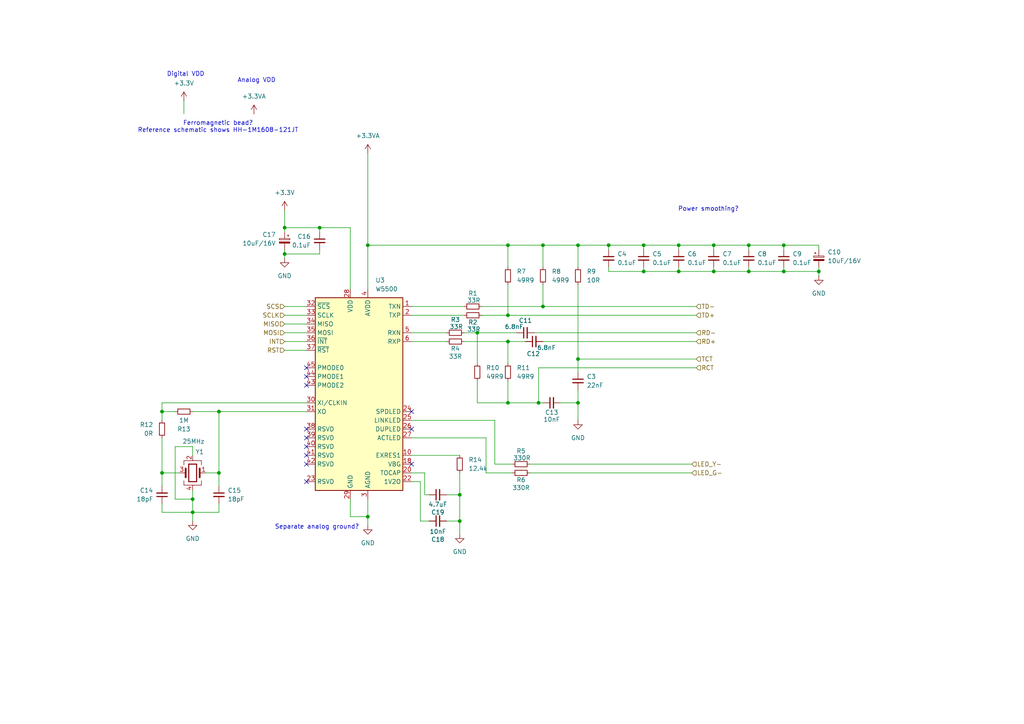
<source format=kicad_sch>
(kicad_sch (version 20231120) (generator "eeschema") (generator_version "8.0")
  (paper "A4")
  (lib_symbols
    (symbol "Device:C_Polarized_Small" (pin_numbers hide) (pin_names (offset 0.254) hide)
      (property "Reference" "C" (at 0.254 1.778 0))
      (property "Value" "C_Polarized_Small" (at 0.254 -2.032 0))
      (symbol "C_Polarized_Small_0_1"
        (rectangle (start -1.524 -0.3048) (end 1.524 -0.6858) (fill (type outline)))
        (rectangle (start -1.524 0.6858) (end 1.524 0.3048))
        (polyline (pts (xy -1.27 1.524) (xy -0.762 1.524)))
        (polyline (pts (xy -1.016 1.27) (xy -1.016 1.778)))
      )
      (symbol "C_Polarized_Small_1_1"
        (pin passive line (at 0 2.54 270) (length 1.8542) (name "~") (number "1"))
        (pin passive line (at 0 -2.54 90) (length 1.8542) (name "~") (number "2"))
      )
    )
    (symbol "Device:C_Small" (pin_numbers hide) (pin_names (offset 0.254) hide)
      (property "Reference" "C" (at 0.254 1.778 0))
      (property "Value" "C_Small" (at 0.254 -2.032 0))
      (symbol "C_Small_0_1"
        (polyline (pts (xy -1.524 -0.508) (xy 1.524 -0.508)) (stroke (width 0.3302)))
        (polyline (pts (xy -1.524 0.508) (xy 1.524 0.508)) (stroke (width 0.3048)))
      )
      (symbol "C_Small_1_1"
        (pin passive line (at 0 2.54 270) (length 2.032) (name "~") (number "1"))
        (pin passive line (at 0 -2.54 90) (length 2.032) (name "~") (number "2"))
      )
    )
    (symbol "Device:Crystal_GND24" (pin_names (offset 1.016) hide)
      (property "Reference" "Y" (at 3.175 5.08 0))
      (property "Value" "Crystal_GND24" (at 3.175 3.175 0))
      (symbol "Crystal_GND24_0_1"
        (rectangle (start -1.143 2.54) (end 1.143 -2.54) (stroke (width 0.3048)))
        (polyline (pts (xy -2.54 0) (xy -2.032 0)))
        (polyline (pts (xy -2.032 -1.27) (xy -2.032 1.27)) (stroke (width 0.508)))
        (polyline (pts (xy 0 -3.81) (xy 0 -3.556)))
        (polyline (pts (xy 0 3.556) (xy 0 3.81)))
        (polyline (pts (xy 2.032 -1.27) (xy 2.032 1.27)) (stroke (width 0.508)))
        (polyline (pts (xy 2.032 0) (xy 2.54 0)))
        (polyline (pts (xy -2.54 -2.286) (xy -2.54 -3.556) (xy 2.54 -3.556) (xy 2.54 -2.286)))
        (polyline (pts (xy -2.54 2.286) (xy -2.54 3.556) (xy 2.54 3.556) (xy 2.54 2.286)))
      )
      (symbol "Crystal_GND24_1_1"
        (pin passive line (at -3.81 0 0) (length 1.27) (name "1") (number "1"))
        (pin passive line (at 0 5.08 270) (length 1.27) (name "2") (number "2"))
        (pin passive line (at 3.81 0 180) (length 1.27) (name "3") (number "3"))
        (pin passive line (at 0 -5.08 90) (length 1.27) (name "4") (number "4"))
      )
    )
    (symbol "Device:R_Small" (pin_numbers hide) (pin_names (offset 0.254) hide)
      (property "Reference" "R" (at 0.762 0.508 0))
      (property "Value" "R_Small" (at 0.762 -1.016 0))
      (symbol "R_Small_0_1"
        (rectangle (start -0.762 1.778) (end 0.762 -1.778) (stroke (width 0.2032)))
      )
      (symbol "R_Small_1_1"
        (pin passive line (at 0 2.54 270) (length 0.762) (name "~") (number "1"))
        (pin passive line (at 0 -2.54 90) (length 0.762) (name "~") (number "2"))
      )
    )
    (symbol "Interface_Ethernet:W5500"
      (property "Reference" "U" (at -11.43 29.21 0))
      (property "Value" "W5500" (at 8.89 29.21 0))
      (symbol "W5500_0_1"
        (rectangle (start -12.7 27.94) (end 12.7 -27.94) (stroke (width 0.254)) (fill (type background)))
      )
      (symbol "W5500_1_1"
        (pin output line (at 15.24 25.4 180) (length 2.54) (name "TXN") (number "1"))
        (pin passive line (at 15.24 -17.78 180) (length 2.54) (name "EXRES1") (number "10"))
        (pin passive line (at 2.54 30.48 270) (length 2.54) hide (name "AVDD") (number "11"))
        (pin no_connect line (at 12.7 7.62 180) (length 2.54) hide (name "NC") (number "12"))
        (pin no_connect line (at 12.7 5.08 180) (length 2.54) hide (name "NC") (number "13"))
        (pin passive line (at 2.54 -30.48 90) (length 2.54) hide (name "AGND") (number "14"))
        (pin passive line (at 2.54 30.48 270) (length 2.54) hide (name "AVDD") (number "15"))
        (pin passive line (at 2.54 -30.48 90) (length 2.54) hide (name "AGND") (number "16"))
        (pin passive line (at 2.54 30.48 270) (length 2.54) hide (name "AVDD") (number "17"))
        (pin passive line (at 15.24 -20.32 180) (length 2.54) (name "VBG") (number "18"))
        (pin passive line (at 2.54 -30.48 90) (length 2.54) hide (name "AGND") (number "19"))
        (pin output line (at 15.24 22.86 180) (length 2.54) (name "TXP") (number "2"))
        (pin passive line (at 15.24 -22.86 180) (length 2.54) (name "TOCAP") (number "20"))
        (pin passive line (at 2.54 30.48 270) (length 2.54) hide (name "AVDD") (number "21"))
        (pin output line (at 15.24 -25.4 180) (length 2.54) (name "1V2O") (number "22"))
        (pin input line (at -15.24 -25.4 0) (length 2.54) (name "RSVD") (number "23"))
        (pin output line (at 15.24 -5.08 180) (length 2.54) (name "SPDLED") (number "24"))
        (pin output line (at 15.24 -7.62 180) (length 2.54) (name "LINKLED") (number "25"))
        (pin output line (at 15.24 -10.16 180) (length 2.54) (name "DUPLED") (number "26"))
        (pin output line (at 15.24 -12.7 180) (length 2.54) (name "ACTLED") (number "27"))
        (pin power_in line (at -2.54 30.48 270) (length 2.54) (name "VDD") (number "28"))
        (pin power_in line (at -2.54 -30.48 90) (length 2.54) (name "GND") (number "29"))
        (pin power_in line (at 2.54 -30.48 90) (length 2.54) (name "AGND") (number "3"))
        (pin input line (at -15.24 -2.54 0) (length 2.54) (name "XI/CLKIN") (number "30"))
        (pin output line (at -15.24 -5.08 0) (length 2.54) (name "XO") (number "31"))
        (pin input line (at -15.24 25.4 0) (length 2.54) (name "~{SCS}") (number "32"))
        (pin input line (at -15.24 22.86 0) (length 2.54) (name "SCLK") (number "33"))
        (pin output line (at -15.24 20.32 0) (length 2.54) (name "MISO") (number "34"))
        (pin input line (at -15.24 17.78 0) (length 2.54) (name "MOSI") (number "35"))
        (pin input line (at -15.24 15.24 0) (length 2.54) (name "~{INT}") (number "36"))
        (pin input line (at -15.24 12.7 0) (length 2.54) (name "~{RST}") (number "37"))
        (pin input line (at -15.24 -10.16 0) (length 2.54) (name "RSVD") (number "38"))
        (pin input line (at -15.24 -12.7 0) (length 2.54) (name "RSVD") (number "39"))
        (pin power_in line (at 2.54 30.48 270) (length 2.54) (name "AVDD") (number "4"))
        (pin input line (at -15.24 -15.24 0) (length 2.54) (name "RSVD") (number "40"))
        (pin input line (at -15.24 -17.78 0) (length 2.54) (name "RSVD") (number "41"))
        (pin input line (at -15.24 -20.32 0) (length 2.54) (name "RSVD") (number "42"))
        (pin input line (at -15.24 2.54 0) (length 2.54) (name "PMODE2") (number "43"))
        (pin input line (at -15.24 5.08 0) (length 2.54) (name "PMODE1") (number "44"))
        (pin input line (at -15.24 7.62 0) (length 2.54) (name "PMODE0") (number "45"))
        (pin no_connect line (at 12.7 2.54 180) (length 2.54) hide (name "NC") (number "46"))
        (pin no_connect line (at 12.7 0 180) (length 2.54) hide (name "NC") (number "47"))
        (pin passive line (at 2.54 -30.48 90) (length 2.54) hide (name "AGND") (number "48"))
        (pin input line (at 15.24 17.78 180) (length 2.54) (name "RXN") (number "5"))
        (pin input line (at 15.24 15.24 180) (length 2.54) (name "RXP") (number "6"))
        (pin no_connect line (at 12.7 10.16 180) (length 2.54) hide (name "DNC") (number "7"))
        (pin passive line (at 2.54 30.48 270) (length 2.54) hide (name "AVDD") (number "8"))
        (pin passive line (at 2.54 -30.48 90) (length 2.54) hide (name "AGND") (number "9"))
      )
    )
    (symbol "power:+3.3V" (power) (pin_numbers hide) (pin_names (offset 0) hide)
      (property "Value" "+3.3V" (at 0 3.556 0))
      (symbol "+3.3V_0_1"
        (polyline (pts (xy -0.762 1.27) (xy 0 2.54)))
        (polyline (pts (xy 0 0) (xy 0 2.54)))
        (polyline (pts (xy 0 2.54) (xy 0.762 1.27)))
      )
      (symbol "+3.3V_1_1"
        (pin power_in line (at 0 0 90) (length 0) (name "~") (number "1"))
      )
    )
    (symbol "power:+3.3VA" (power) (pin_numbers hide) (pin_names (offset 0) hide)
      (property "Value" "+3.3VA" (at 0 3.556 0))
      (symbol "+3.3VA_0_1"
        (polyline (pts (xy -0.762 1.27) (xy 0 2.54)))
        (polyline (pts (xy 0 0) (xy 0 2.54)))
        (polyline (pts (xy 0 2.54) (xy 0.762 1.27)))
      )
      (symbol "+3.3VA_1_1"
        (pin power_in line (at 0 0 90) (length 0) (name "~") (number "1"))
      )
    )
    (symbol "power:GND" (power) (pin_numbers hide) (pin_names (offset 0) hide)
      (property "Value" "GND" (at 0 -3.81 0))
      (symbol "GND_0_1"
        (polyline (pts (xy 0 0) (xy 0 -1.27) (xy 1.27 -1.27) (xy 0 -2.54) (xy -1.27 -1.27) (xy 0 -1.27)))
      )
      (symbol "GND_1_1"
        (pin power_in line (at 0 0 270) (length 0) (name "~") (number "1"))
      )
    )
  )
  (junction (at 227.33 71.12))
  (junction (at 156.21 116.84))
  (junction (at 82.55 66.04))
  (junction (at 217.17 78.74))
  (junction (at 63.5 119.38))
  (junction (at 92.71 66.04))
  (junction (at 167.64 104.14))
  (junction (at 237.49 78.74))
  (junction (at 196.85 71.12))
  (junction (at 176.53 71.12))
  (junction (at 46.99 137.16))
  (junction (at 207.01 71.12))
  (junction (at 55.88 144.78))
  (junction (at 147.32 91.44))
  (junction (at 138.43 96.52))
  (junction (at 133.35 151.13))
  (junction (at 227.33 78.74))
  (junction (at 82.55 73.66))
  (junction (at 63.5 137.16))
  (junction (at 147.32 99.06))
  (junction (at 157.48 71.12))
  (junction (at 196.85 78.74))
  (junction (at 157.48 88.9))
  (junction (at 167.64 71.12))
  (junction (at 46.99 119.38))
  (junction (at 147.32 71.12))
  (junction (at 55.88 148.59))
  (junction (at 186.69 71.12))
  (junction (at 106.68 149.86))
  (junction (at 147.32 116.84))
  (junction (at 217.17 71.12))
  (junction (at 207.01 78.74))
  (junction (at 167.64 116.84))
  (junction (at 133.35 143.51))
  (junction (at 106.68 71.12))
  (junction (at 186.69 78.74))
  (no_connect (at 88.9 106.68))
  (no_connect (at 88.9 129.54))
  (no_connect (at 119.38 134.62))
  (no_connect (at 88.9 139.7))
  (no_connect (at 88.9 109.22))
  (no_connect (at 88.9 111.76))
  (no_connect (at 88.9 132.08))
  (no_connect (at 119.38 124.46))
  (no_connect (at 119.38 119.38))
  (no_connect (at 88.9 124.46))
  (no_connect (at 88.9 127))
  (no_connect (at 88.9 134.62))
  (wire (pts (xy 63.5 119.38) (xy 88.9 119.38)))
  (wire (pts (xy 129.54 143.51) (xy 133.35 143.51)))
  (wire (pts (xy 82.55 72.39) (xy 82.55 73.66)))
  (wire (pts (xy 147.32 77.47) (xy 147.32 71.12)))
  (wire (pts (xy 157.48 99.06) (xy 201.93 99.06)))
  (wire (pts (xy 167.64 82.55) (xy 167.64 104.14)))
  (wire (pts (xy 147.32 71.12) (xy 157.48 71.12)))
  (wire (pts (xy 119.38 132.08) (xy 133.35 132.08)))
  (wire (pts (xy 217.17 78.74) (xy 207.01 78.74)))
  (wire (pts (xy 101.6 144.78) (xy 101.6 149.86)))
  (wire (pts (xy 153.67 134.62) (xy 200.66 134.62)))
  (wire (pts (xy 46.99 121.92) (xy 46.99 119.38)))
  (wire (pts (xy 55.88 144.78) (xy 55.88 148.59)))
  (wire (pts (xy 157.48 82.55) (xy 157.48 88.9)))
  (wire (pts (xy 119.38 91.44) (xy 134.62 91.44)))
  (wire (pts (xy 123.19 143.51) (xy 124.46 143.51)))
  (wire (pts (xy 156.21 116.84) (xy 147.32 116.84)))
  (wire (pts (xy 52.07 137.16) (xy 46.99 137.16)))
  (wire (pts (xy 143.51 134.62) (xy 148.59 134.62)))
  (wire (pts (xy 217.17 78.74) (xy 217.17 77.47)))
  (wire (pts (xy 186.69 71.12) (xy 196.85 71.12)))
  (wire (pts (xy 106.68 44.45) (xy 106.68 71.12)))
  (wire (pts (xy 59.69 137.16) (xy 63.5 137.16)))
  (wire (pts (xy 88.9 116.84) (xy 46.99 116.84)))
  (wire (pts (xy 186.69 71.12) (xy 186.69 72.39)))
  (wire (pts (xy 82.55 91.44) (xy 88.9 91.44)))
  (wire (pts (xy 207.01 78.74) (xy 196.85 78.74)))
  (wire (pts (xy 227.33 78.74) (xy 217.17 78.74)))
  (wire (pts (xy 217.17 71.12) (xy 217.17 72.39)))
  (wire (pts (xy 55.88 132.08) (xy 55.88 129.54)))
  (wire (pts (xy 63.5 146.05) (xy 63.5 148.59)))
  (wire (pts (xy 167.64 107.95) (xy 167.64 104.14)))
  (wire (pts (xy 63.5 119.38) (xy 63.5 137.16)))
  (wire (pts (xy 148.59 137.16) (xy 140.97 137.16)))
  (wire (pts (xy 46.99 137.16) (xy 46.99 140.97)))
  (wire (pts (xy 196.85 78.74) (xy 186.69 78.74)))
  (wire (pts (xy 121.92 151.13) (xy 124.46 151.13)))
  (wire (pts (xy 157.48 71.12) (xy 167.64 71.12)))
  (wire (pts (xy 176.53 71.12) (xy 186.69 71.12)))
  (wire (pts (xy 157.48 88.9) (xy 201.93 88.9)))
  (wire (pts (xy 237.49 71.12) (xy 237.49 72.39)))
  (wire (pts (xy 167.64 71.12) (xy 167.64 77.47)))
  (wire (pts (xy 147.32 116.84) (xy 138.43 116.84)))
  (wire (pts (xy 147.32 110.49) (xy 147.32 116.84)))
  (wire (pts (xy 123.19 137.16) (xy 123.19 143.51)))
  (wire (pts (xy 46.99 146.05) (xy 46.99 148.59)))
  (wire (pts (xy 82.55 66.04) (xy 82.55 67.31)))
  (wire (pts (xy 153.67 137.16) (xy 200.66 137.16)))
  (wire (pts (xy 143.51 121.92) (xy 119.38 121.92)))
  (wire (pts (xy 147.32 99.06) (xy 152.4 99.06)))
  (wire (pts (xy 119.38 88.9) (xy 134.62 88.9)))
  (wire (pts (xy 46.99 127) (xy 46.99 137.16)))
  (wire (pts (xy 82.55 60.96) (xy 82.55 66.04)))
  (wire (pts (xy 157.48 116.84) (xy 156.21 116.84)))
  (wire (pts (xy 196.85 71.12) (xy 196.85 72.39)))
  (wire (pts (xy 201.93 106.68) (xy 156.21 106.68)))
  (wire (pts (xy 167.64 113.03) (xy 167.64 116.84)))
  (wire (pts (xy 138.43 96.52) (xy 149.86 96.52)))
  (wire (pts (xy 162.56 116.84) (xy 167.64 116.84)))
  (wire (pts (xy 82.55 73.66) (xy 82.55 74.93)))
  (wire (pts (xy 207.01 71.12) (xy 207.01 72.39)))
  (wire (pts (xy 237.49 77.47) (xy 237.49 78.74)))
  (wire (pts (xy 63.5 137.16) (xy 63.5 140.97)))
  (wire (pts (xy 237.49 78.74) (xy 227.33 78.74)))
  (wire (pts (xy 207.01 71.12) (xy 217.17 71.12)))
  (wire (pts (xy 106.68 71.12) (xy 147.32 71.12)))
  (wire (pts (xy 82.55 96.52) (xy 88.9 96.52)))
  (wire (pts (xy 167.64 104.14) (xy 201.93 104.14)))
  (wire (pts (xy 147.32 91.44) (xy 201.93 91.44)))
  (wire (pts (xy 217.17 71.12) (xy 227.33 71.12)))
  (wire (pts (xy 92.71 66.04) (xy 82.55 66.04)))
  (wire (pts (xy 176.53 78.74) (xy 176.53 77.47)))
  (wire (pts (xy 143.51 134.62) (xy 143.51 121.92)))
  (wire (pts (xy 129.54 151.13) (xy 133.35 151.13)))
  (wire (pts (xy 92.71 72.39) (xy 92.71 73.66)))
  (wire (pts (xy 133.35 151.13) (xy 133.35 154.94)))
  (wire (pts (xy 106.68 71.12) (xy 106.68 83.82)))
  (wire (pts (xy 121.92 139.7) (xy 121.92 151.13)))
  (wire (pts (xy 186.69 78.74) (xy 176.53 78.74)))
  (wire (pts (xy 53.34 29.21) (xy 53.34 33.02)))
  (wire (pts (xy 157.48 71.12) (xy 157.48 77.47)))
  (wire (pts (xy 82.55 88.9) (xy 88.9 88.9)))
  (wire (pts (xy 55.88 119.38) (xy 63.5 119.38)))
  (wire (pts (xy 119.38 96.52) (xy 129.54 96.52)))
  (wire (pts (xy 133.35 137.16) (xy 133.35 143.51)))
  (wire (pts (xy 46.99 119.38) (xy 50.8 119.38)))
  (wire (pts (xy 55.88 144.78) (xy 50.8 144.78)))
  (wire (pts (xy 176.53 72.39) (xy 176.53 71.12)))
  (wire (pts (xy 101.6 66.04) (xy 92.71 66.04)))
  (wire (pts (xy 92.71 73.66) (xy 82.55 73.66)))
  (wire (pts (xy 138.43 96.52) (xy 138.43 105.41)))
  (wire (pts (xy 186.69 78.74) (xy 186.69 77.47)))
  (wire (pts (xy 82.55 101.6) (xy 88.9 101.6)))
  (wire (pts (xy 119.38 137.16) (xy 123.19 137.16)))
  (wire (pts (xy 196.85 71.12) (xy 207.01 71.12)))
  (wire (pts (xy 133.35 143.51) (xy 133.35 151.13)))
  (wire (pts (xy 63.5 148.59) (xy 55.88 148.59)))
  (wire (pts (xy 237.49 78.74) (xy 237.49 80.01)))
  (wire (pts (xy 92.71 66.04) (xy 92.71 67.31)))
  (wire (pts (xy 106.68 149.86) (xy 106.68 152.4)))
  (wire (pts (xy 82.55 99.06) (xy 88.9 99.06)))
  (wire (pts (xy 106.68 144.78) (xy 106.68 149.86)))
  (wire (pts (xy 82.55 93.98) (xy 88.9 93.98)))
  (wire (pts (xy 147.32 82.55) (xy 147.32 91.44)))
  (wire (pts (xy 156.21 106.68) (xy 156.21 116.84)))
  (wire (pts (xy 101.6 149.86) (xy 106.68 149.86)))
  (wire (pts (xy 134.62 99.06) (xy 147.32 99.06)))
  (wire (pts (xy 227.33 78.74) (xy 227.33 77.47)))
  (wire (pts (xy 167.64 116.84) (xy 167.64 121.92)))
  (wire (pts (xy 207.01 78.74) (xy 207.01 77.47)))
  (wire (pts (xy 46.99 116.84) (xy 46.99 119.38)))
  (wire (pts (xy 154.94 96.52) (xy 201.93 96.52)))
  (wire (pts (xy 140.97 127) (xy 119.38 127)))
  (wire (pts (xy 139.7 91.44) (xy 147.32 91.44)))
  (wire (pts (xy 46.99 148.59) (xy 55.88 148.59)))
  (wire (pts (xy 55.88 142.24) (xy 55.88 144.78)))
  (wire (pts (xy 196.85 78.74) (xy 196.85 77.47)))
  (wire (pts (xy 101.6 83.82) (xy 101.6 66.04)))
  (wire (pts (xy 139.7 88.9) (xy 157.48 88.9)))
  (wire (pts (xy 138.43 116.84) (xy 138.43 110.49)))
  (wire (pts (xy 167.64 71.12) (xy 176.53 71.12)))
  (wire (pts (xy 134.62 96.52) (xy 138.43 96.52)))
  (wire (pts (xy 50.8 129.54) (xy 50.8 144.78)))
  (wire (pts (xy 147.32 99.06) (xy 147.32 105.41)))
  (wire (pts (xy 227.33 71.12) (xy 227.33 72.39)))
  (wire (pts (xy 55.88 129.54) (xy 50.8 129.54)))
  (wire (pts (xy 140.97 137.16) (xy 140.97 127)))
  (wire (pts (xy 119.38 139.7) (xy 121.92 139.7)))
  (wire (pts (xy 227.33 71.12) (xy 237.49 71.12)))
  (wire (pts (xy 119.38 99.06) (xy 129.54 99.06)))
  (wire (pts (xy 55.88 148.59) (xy 55.88 151.13)))
  (text "Analog VDD" (at 74.422 23.368 0) (effects (font (size 1.27 1.27))))
  (text "Power smoothing?" (at 205.486 60.706 0) (effects (font (size 1.27 1.27))))
  (text "Ferromagnetic bead?\nReference schematic shows HH-1M1608-121JT" (at 63.246 36.83 0) (effects (font (size 1.27 1.27))))
  (text "Digital VDD" (at 53.848 21.59 0) (effects (font (size 1.27 1.27))))
  (text "Separate analog ground?" (at 91.948 152.908 0) (effects (font (size 1.27 1.27))))
  (hierarchical_label "MISO" (shape input) (at 82.55 93.98 180))
  (hierarchical_label "SCLK" (shape input) (at 82.55 91.44 180))
  (hierarchical_label "SCS" (shape input) (at 82.55 88.9 180))
  (hierarchical_label "MOSI" (shape input) (at 82.55 96.52 180))
  (hierarchical_label "TCT" (shape input) (at 201.93 104.14 0))
  (hierarchical_label "RCT" (shape input) (at 201.93 106.68 0))
  (hierarchical_label "RD+" (shape input) (at 201.93 99.06 0))
  (hierarchical_label "TD-" (shape input) (at 201.93 88.9 0))
  (hierarchical_label "RD-" (shape input) (at 201.93 96.52 0))
  (hierarchical_label "TD+" (shape input) (at 201.93 91.44 0))
  (hierarchical_label "RST" (shape input) (at 82.55 101.6 180))
  (hierarchical_label "LED_G-" (shape input) (at 200.66 137.16 0))
  (hierarchical_label "LED_Y-" (shape input) (at 200.66 134.62 0))
  (hierarchical_label "INT" (shape input) (at 82.55 99.06 180))
  (symbol (lib_id "Device:R_Small") (at 53.34 119.38 90) (mirror x) (unit 1)
    (property "Reference" "R13" (at 53.34 124.46 90))
    (property "Value" "1M" (at 53.34 121.92 90))
    (property "Footprint" "Resistor_SMD:R_0805_2012Metric" (effects (hide yes)))
    (property "Description" "Resistor, small symbol" (effects (hide yes)))
  )
  (symbol (lib_id "Device:R_Small") (at 137.16 88.9 90) (unit 1)
    (property "Reference" "R1" (at 137.16 85.09 90))
    (property "Value" "33R" (at 137.414 87.122 90))
    (property "Footprint" "Resistor_SMD:R_0805_2012Metric" (effects (hide yes)))
    (property "Description" "Resistor, small symbol" (effects (hide yes)))
  )
  (symbol (lib_id "Device:C_Small") (at 176.53 74.93 0) (unit 1)
    (property "Reference" "C4" (at 179.07 73.6662 0) (effects (justify left)))
    (property "Value" "0.1uF" (at 179.07 76.2062 0) (effects (justify left)))
    (property "Description" "Unpolarized capacitor, small symbol" (effects (hide yes)))
  )
  (symbol (lib_id "Device:R_Small") (at 46.99 124.46 0) (mirror y) (unit 1)
    (property "Reference" "R12" (at 44.45 123.1899 0) (effects (justify left)))
    (property "Value" "0R" (at 44.45 125.7299 0) (effects (justify left)))
    (property "Footprint" "Resistor_SMD:R_0805_2012Metric" (effects (hide yes)))
    (property "Description" "Resistor, small symbol" (effects (hide yes)))
  )
  (symbol (lib_id "power:+3.3V") (at 82.55 60.96 0) (unit 1)
    (property "Reference" "#PWR013" (effects (hide yes)))
    (property "Value" "+3.3V" (at 82.55 55.88 0))
    (property "Description" "Power symbol creates a global label with name \"+3.3V\"" (effects (hide yes)))
  )
  (symbol (lib_id "Device:R_Small") (at 151.13 137.16 90) (unit 1)
    (property "Reference" "R6" (at 151.13 139.192 90))
    (property "Value" "330R" (at 151.13 141.478 90))
    (property "Footprint" "Resistor_SMD:R_0805_2012Metric" (effects (hide yes)))
    (property "Description" "Resistor, small symbol" (effects (hide yes)))
  )
  (symbol (lib_id "Device:R_Small") (at 157.48 80.01 0) (unit 1)
    (property "Reference" "R8" (at 160.02 78.7399 0) (effects (justify left)))
    (property "Value" "49R9" (at 160.02 81.2799 0) (effects (justify left)))
    (property "Footprint" "Resistor_SMD:R_0805_2012Metric" (effects (hide yes)))
    (property "Description" "Resistor, small symbol" (effects (hide yes)))
  )
  (symbol (lib_id "Device:C_Small") (at 127 143.51 90) (mirror x) (unit 1)
    (property "Reference" "C19" (at 127 148.59 90))
    (property "Value" "4.7uF" (at 127 146.304 90))
    (property "Description" "Unpolarized capacitor, small symbol" (effects (hide yes)))
  )
  (symbol (lib_id "Device:C_Small") (at 227.33 74.93 0) (unit 1)
    (property "Reference" "C9" (at 229.87 73.6662 0) (effects (justify left)))
    (property "Value" "0.1uF" (at 229.87 76.2062 0) (effects (justify left)))
    (property "Description" "Unpolarized capacitor, small symbol" (effects (hide yes)))
  )
  (symbol (lib_id "Device:C_Small") (at 46.99 143.51 0) (mirror x) (unit 1)
    (property "Reference" "C14" (at 44.45 142.2335 0) (effects (justify right)))
    (property "Value" "18pF" (at 44.45 144.7735 0) (effects (justify right)))
    (property "Description" "Unpolarized capacitor, small symbol" (effects (hide yes)))
  )
  (symbol (lib_id "Device:C_Small") (at 92.71 69.85 0) (mirror y) (unit 1)
    (property "Reference" "C16" (at 90.17 68.5862 0) (effects (justify left)))
    (property "Value" "0.1uF" (at 90.17 71.1262 0) (effects (justify left)))
    (property "Description" "Unpolarized capacitor, small symbol" (effects (hide yes)))
  )
  (symbol (lib_id "power:+3.3V") (at 53.34 29.21 0) (unit 1)
    (property "Reference" "#PWR07" (effects (hide yes)))
    (property "Value" "+3.3V" (at 53.34 24.13 0))
    (property "Description" "Power symbol creates a global label with name \"+3.3V\"" (effects (hide yes)))
  )
  (symbol (lib_id "Device:C_Small") (at 160.02 116.84 90) (unit 1)
    (property "Reference" "C13" (at 160.02 119.634 90))
    (property "Value" "10nF" (at 160.02 121.666 90))
    (property "Description" "Unpolarized capacitor, small symbol" (effects (hide yes)))
  )
  (symbol (lib_id "Device:R_Small") (at 137.16 91.44 90) (unit 1)
    (property "Reference" "R2" (at 137.16 93.472 90))
    (property "Value" "33R" (at 137.414 95.504 90))
    (property "Footprint" "Resistor_SMD:R_0805_2012Metric" (effects (hide yes)))
    (property "Description" "Resistor, small symbol" (effects (hide yes)))
  )
  (symbol (lib_id "power:GND") (at 167.64 121.92 0) (unit 1)
    (property "Reference" "#PWR06" (effects (hide yes)))
    (property "Value" "GND" (at 167.64 127 0))
    (property "Description" "Power symbol creates a global label with name \"GND\" , ground" (effects (hide yes)))
  )
  (symbol (lib_id "Device:C_Small") (at 154.94 99.06 90) (mirror x) (unit 1)
    (property "Reference" "C12" (at 154.686 102.616 90))
    (property "Value" "6.8nF" (at 158.496 100.838 90))
    (property "Description" "Unpolarized capacitor, small symbol" (effects (hide yes)))
  )
  (symbol (lib_id "Device:C_Small") (at 127 151.13 90) (mirror x) (unit 1)
    (property "Reference" "C18" (at 127 156.464 90))
    (property "Value" "10nF" (at 127 154.178 90))
    (property "Description" "Unpolarized capacitor, small symbol" (effects (hide yes)))
  )
  (symbol (lib_id "Device:C_Polarized_Small") (at 82.55 69.85 0) (mirror y) (unit 1)
    (property "Reference" "C17" (at 80.01 68.0338 0) (effects (justify left)))
    (property "Value" "10uF/16V" (at 80.01 70.5738 0) (effects (justify left)))
    (property "Description" "Polarized capacitor, small symbol" (effects (hide yes)))
  )
  (symbol (lib_id "Device:C_Small") (at 196.85 74.93 0) (unit 1)
    (property "Reference" "C6" (at 199.39 73.6662 0) (effects (justify left)))
    (property "Value" "0.1uF" (at 199.39 76.2062 0) (effects (justify left)))
    (property "Description" "Unpolarized capacitor, small symbol" (effects (hide yes)))
  )
  (symbol (lib_id "Device:R_Small") (at 138.43 107.95 0) (unit 1)
    (property "Reference" "R10" (at 140.97 106.6799 0) (effects (justify left)))
    (property "Value" "49R9" (at 140.97 109.2199 0) (effects (justify left)))
    (property "Footprint" "Resistor_SMD:R_0805_2012Metric" (effects (hide yes)))
    (property "Description" "Resistor, small symbol" (effects (hide yes)))
  )
  (symbol (lib_id "Device:C_Small") (at 217.17 74.93 0) (unit 1)
    (property "Reference" "C8" (at 219.71 73.6662 0) (effects (justify left)))
    (property "Value" "0.1uF" (at 219.71 76.2062 0) (effects (justify left)))
    (property "Description" "Unpolarized capacitor, small symbol" (effects (hide yes)))
  )
  (symbol (lib_id "power:GND") (at 82.55 74.93 0) (mirror y) (unit 1)
    (property "Reference" "#PWR012" (effects (hide yes)))
    (property "Value" "GND" (at 82.55 80.01 0))
    (property "Description" "Power symbol creates a global label with name \"GND\" , ground" (effects (hide yes)))
  )
  (symbol (lib_id "Device:C_Small") (at 167.64 110.49 0) (unit 1)
    (property "Reference" "C3" (at 170.18 109.2262 0) (effects (justify left)))
    (property "Value" "22nF" (at 170.18 111.7662 0) (effects (justify left)))
    (property "Description" "Unpolarized capacitor, small symbol" (effects (hide yes)))
  )
  (symbol (lib_id "Device:R_Small") (at 133.35 134.62 0) (mirror y) (unit 1)
    (property "Reference" "R14" (at 135.89 133.3499 0) (effects (justify right)))
    (property "Value" "12.4k" (at 135.89 135.8899 0) (effects (justify right)))
    (property "Footprint" "Resistor_SMD:R_0805_2012Metric" (effects (hide yes)))
    (property "Description" "Resistor, small symbol" (effects (hide yes)))
  )
  (symbol (lib_id "power:GND") (at 133.35 154.94 0) (unit 1)
    (property "Reference" "#PWR015" (effects (hide yes)))
    (property "Value" "GND" (at 133.35 160.02 0))
    (property "Description" "Power symbol creates a global label with name \"GND\" , ground" (effects (hide yes)))
  )
  (symbol (lib_id "Device:R_Small") (at 132.08 99.06 90) (unit 1)
    (property "Reference" "R4" (at 132.08 101.092 90))
    (property "Value" "33R" (at 132.08 103.378 90))
    (property "Footprint" "Resistor_SMD:R_0805_2012Metric" (effects (hide yes)))
    (property "Description" "Resistor, small symbol" (effects (hide yes)))
  )
  (symbol (lib_id "power:+3.3VA") (at 73.66 33.02 0) (unit 1)
    (property "Reference" "#PWR09" (effects (hide yes)))
    (property "Value" "+3.3VA" (at 73.66 27.94 0))
    (property "Description" "Power symbol creates a global label with name \"+3.3VA\"" (effects (hide yes)))
  )
  (symbol (lib_id "power:+3.3VA") (at 106.68 44.45 0) (unit 1)
    (property "Reference" "#PWR010" (effects (hide yes)))
    (property "Value" "+3.3VA" (at 106.68 39.37 0))
    (property "Description" "Power symbol creates a global label with name \"+3.3VA\"" (effects (hide yes)))
  )
  (symbol (lib_id "Device:C_Small") (at 63.5 143.51 0) (unit 1)
    (property "Reference" "C15" (at 66.04 142.2462 0) (effects (justify left)))
    (property "Value" "18pF" (at 66.04 144.7862 0) (effects (justify left)))
    (property "Description" "Unpolarized capacitor, small symbol" (effects (hide yes)))
  )
  (symbol (lib_id "power:GND") (at 55.88 151.13 0) (mirror y) (unit 1)
    (property "Reference" "#PWR014" (effects (hide yes)))
    (property "Value" "GND" (at 55.88 156.21 0))
    (property "Description" "Power symbol creates a global label with name \"GND\" , ground" (effects (hide yes)))
  )
  (symbol (lib_id "Device:R_Small") (at 132.08 96.52 90) (unit 1)
    (property "Reference" "R3" (at 132.08 92.71 90))
    (property "Value" "33R" (at 132.334 94.742 90))
    (property "Footprint" "Resistor_SMD:R_0805_2012Metric" (effects (hide yes)))
    (property "Description" "Resistor, small symbol" (effects (hide yes)))
  )
  (symbol (lib_id "Device:C_Polarized_Small") (at 237.49 74.93 0) (unit 1)
    (property "Reference" "C10" (at 240.03 73.1138 0) (effects (justify left)))
    (property "Value" "10uF/16V" (at 240.03 75.6538 0) (effects (justify left)))
    (property "Description" "Polarized capacitor, small symbol" (effects (hide yes)))
  )
  (symbol (lib_id "power:GND") (at 106.68 152.4 0) (unit 1)
    (property "Reference" "#PWR011" (effects (hide yes)))
    (property "Value" "GND" (at 106.68 157.48 0))
    (property "Description" "Power symbol creates a global label with name \"GND\" , ground" (effects (hide yes)))
  )
  (symbol (lib_id "Device:Crystal_GND24") (at 55.88 137.16 0) (mirror y) (unit 1)
    (property "Reference" "Y1" (at 57.912 131.064 0))
    (property "Value" "25MHz" (at 56.134 128.016 0))
    (property "Description" "Four pin crystal, GND on pins 2 and 4" (effects (hide yes)))
  )
  (symbol (lib_id "Device:C_Small") (at 186.69 74.93 0) (unit 1)
    (property "Reference" "C5" (at 189.23 73.6662 0) (effects (justify left)))
    (property "Value" "0.1uF" (at 189.23 76.2062 0) (effects (justify left)))
    (property "Description" "Unpolarized capacitor, small symbol" (effects (hide yes)))
  )
  (symbol (lib_id "Device:R_Small") (at 151.13 134.62 90) (unit 1)
    (property "Reference" "R5" (at 151.13 130.81 90))
    (property "Value" "330R" (at 151.384 132.842 90))
    (property "Footprint" "Resistor_SMD:R_0805_2012Metric" (effects (hide yes)))
    (property "Description" "Resistor, small symbol" (effects (hide yes)))
  )
  (symbol (lib_id "Interface_Ethernet:W5500") (at 104.14 114.3 0) (unit 1)
    (property "Reference" "U3" (at 108.8741 81.28 0) (effects (justify left)))
    (property "Value" "W5500" (at 108.8741 83.82 0) (effects (justify left)))
    (property "Footprint" "Package_QFP:LQFP-48_7x7mm_P0.5mm" (effects (hide yes)))
    (property "Datasheet" "http://wizwiki.net/wiki/lib/exe/fetch.php/products:w5500:w5500_ds_v109e.pdf" (effects (hide yes)))
    (property "Description" "10/100Mb SPI Ethernet controller with TCP/IP stack, LQFP-48" (effects (hide yes)))
  )
  (symbol (lib_id "Device:C_Small") (at 152.4 96.52 90) (unit 1)
    (property "Reference" "C11" (at 152.4 92.964 90))
    (property "Value" "6.8nF" (at 149.098 94.742 90))
    (property "Description" "Unpolarized capacitor, small symbol" (effects (hide yes)))
  )
  (symbol (lib_id "Device:R_Small") (at 147.32 80.01 0) (unit 1)
    (property "Reference" "R7" (at 149.86 78.7399 0) (effects (justify left)))
    (property "Value" "49R9" (at 149.86 81.2799 0) (effects (justify left)))
    (property "Footprint" "Resistor_SMD:R_0805_2012Metric" (effects (hide yes)))
    (property "Description" "Resistor, small symbol" (effects (hide yes)))
  )
  (symbol (lib_id "Device:R_Small") (at 167.64 80.01 0) (unit 1)
    (property "Reference" "R9" (at 170.18 78.7399 0) (effects (justify left)))
    (property "Value" "10R" (at 170.18 81.2799 0) (effects (justify left)))
    (property "Footprint" "Resistor_SMD:R_0805_2012Metric" (effects (hide yes)))
    (property "Description" "Resistor, small symbol" (effects (hide yes)))
  )
  (symbol (lib_id "Device:C_Small") (at 207.01 74.93 0) (unit 1)
    (property "Reference" "C7" (at 209.55 73.6662 0) (effects (justify left)))
    (property "Value" "0.1uF" (at 209.55 76.2062 0) (effects (justify left)))
    (property "Description" "Unpolarized capacitor, small symbol" (effects (hide yes)))
  )
  (symbol (lib_id "power:GND") (at 237.49 80.01 0) (unit 1)
    (property "Reference" "#PWR08" (effects (hide yes)))
    (property "Value" "GND" (at 237.49 85.09 0))
    (property "Description" "Power symbol creates a global label with name \"GND\" , ground" (effects (hide yes)))
  )
  (symbol (lib_id "Device:R_Small") (at 147.32 107.95 0) (unit 1)
    (property "Reference" "R11" (at 149.86 106.6799 0) (effects (justify left)))
    (property "Value" "49R9" (at 149.86 109.2199 0) (effects (justify left)))
    (property "Footprint" "Resistor_SMD:R_0805_2012Metric" (effects (hide yes)))
    (property "Description" "Resistor, small symbol" (effects (hide yes)))
  )
)
</source>
